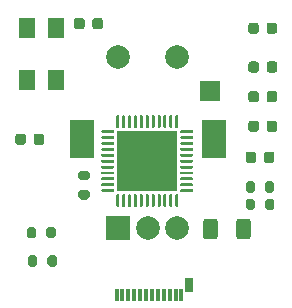
<source format=gbr>
%TF.GenerationSoftware,KiCad,Pcbnew,5.99.0+really5.1.10+dfsg1-1+b1*%
%TF.CreationDate,2021-10-07T11:27:31-07:00*%
%TF.ProjectId,roPlug,726f506c-7567-42e6-9b69-6361645f7063,rev?*%
%TF.SameCoordinates,Original*%
%TF.FileFunction,Soldermask,Top*%
%TF.FilePolarity,Negative*%
%FSLAX46Y46*%
G04 Gerber Fmt 4.6, Leading zero omitted, Abs format (unit mm)*
G04 Created by KiCad (PCBNEW 5.99.0+really5.1.10+dfsg1-1+b1) date 2021-10-07 11:27:31*
%MOMM*%
%LPD*%
G01*
G04 APERTURE LIST*
%ADD10R,1.700000X1.700000*%
%ADD11R,0.700000X1.150000*%
%ADD12R,0.380000X1.000000*%
%ADD13R,2.000000X2.000000*%
%ADD14C,2.000000*%
%ADD15R,2.000000X3.200000*%
%ADD16R,5.200000X5.200000*%
%ADD17R,1.400000X1.800000*%
G04 APERTURE END LIST*
D10*
%TO.C,RST1*%
X117700000Y-57700000D03*
%TD*%
D11*
%TO.C,P1*%
X115920000Y-74120000D03*
D12*
X109750000Y-74960000D03*
X110250000Y-74960000D03*
X110750000Y-74960000D03*
X111250000Y-74960000D03*
X111750000Y-74960000D03*
X112250000Y-74960000D03*
X112750000Y-74960000D03*
X113250000Y-74960000D03*
X113750000Y-74960000D03*
X114250000Y-74960000D03*
X114750000Y-74960000D03*
X115250000Y-74960000D03*
%TD*%
D13*
%TO.C,SW1*%
X109900000Y-69300000D03*
D14*
X112400000Y-69300000D03*
X114900000Y-69300000D03*
D15*
X106800000Y-61800000D03*
X118000000Y-61800000D03*
D14*
X109900000Y-54800000D03*
X114900000Y-54800000D03*
%TD*%
D16*
%TO.C,U1*%
X112350000Y-63650000D03*
G36*
G01*
X114975000Y-66512500D02*
X114975000Y-67462500D01*
G75*
G02*
X114912500Y-67525000I-62500J0D01*
G01*
X114787500Y-67525000D01*
G75*
G02*
X114725000Y-67462500I0J62500D01*
G01*
X114725000Y-66512500D01*
G75*
G02*
X114787500Y-66450000I62500J0D01*
G01*
X114912500Y-66450000D01*
G75*
G02*
X114975000Y-66512500I0J-62500D01*
G01*
G37*
G36*
G01*
X114475000Y-66512500D02*
X114475000Y-67462500D01*
G75*
G02*
X114412500Y-67525000I-62500J0D01*
G01*
X114287500Y-67525000D01*
G75*
G02*
X114225000Y-67462500I0J62500D01*
G01*
X114225000Y-66512500D01*
G75*
G02*
X114287500Y-66450000I62500J0D01*
G01*
X114412500Y-66450000D01*
G75*
G02*
X114475000Y-66512500I0J-62500D01*
G01*
G37*
G36*
G01*
X113975000Y-66512500D02*
X113975000Y-67462500D01*
G75*
G02*
X113912500Y-67525000I-62500J0D01*
G01*
X113787500Y-67525000D01*
G75*
G02*
X113725000Y-67462500I0J62500D01*
G01*
X113725000Y-66512500D01*
G75*
G02*
X113787500Y-66450000I62500J0D01*
G01*
X113912500Y-66450000D01*
G75*
G02*
X113975000Y-66512500I0J-62500D01*
G01*
G37*
G36*
G01*
X113475000Y-66512500D02*
X113475000Y-67462500D01*
G75*
G02*
X113412500Y-67525000I-62500J0D01*
G01*
X113287500Y-67525000D01*
G75*
G02*
X113225000Y-67462500I0J62500D01*
G01*
X113225000Y-66512500D01*
G75*
G02*
X113287500Y-66450000I62500J0D01*
G01*
X113412500Y-66450000D01*
G75*
G02*
X113475000Y-66512500I0J-62500D01*
G01*
G37*
G36*
G01*
X112975000Y-66512500D02*
X112975000Y-67462500D01*
G75*
G02*
X112912500Y-67525000I-62500J0D01*
G01*
X112787500Y-67525000D01*
G75*
G02*
X112725000Y-67462500I0J62500D01*
G01*
X112725000Y-66512500D01*
G75*
G02*
X112787500Y-66450000I62500J0D01*
G01*
X112912500Y-66450000D01*
G75*
G02*
X112975000Y-66512500I0J-62500D01*
G01*
G37*
G36*
G01*
X112475000Y-66512500D02*
X112475000Y-67462500D01*
G75*
G02*
X112412500Y-67525000I-62500J0D01*
G01*
X112287500Y-67525000D01*
G75*
G02*
X112225000Y-67462500I0J62500D01*
G01*
X112225000Y-66512500D01*
G75*
G02*
X112287500Y-66450000I62500J0D01*
G01*
X112412500Y-66450000D01*
G75*
G02*
X112475000Y-66512500I0J-62500D01*
G01*
G37*
G36*
G01*
X111975000Y-66512500D02*
X111975000Y-67462500D01*
G75*
G02*
X111912500Y-67525000I-62500J0D01*
G01*
X111787500Y-67525000D01*
G75*
G02*
X111725000Y-67462500I0J62500D01*
G01*
X111725000Y-66512500D01*
G75*
G02*
X111787500Y-66450000I62500J0D01*
G01*
X111912500Y-66450000D01*
G75*
G02*
X111975000Y-66512500I0J-62500D01*
G01*
G37*
G36*
G01*
X111475000Y-66512500D02*
X111475000Y-67462500D01*
G75*
G02*
X111412500Y-67525000I-62500J0D01*
G01*
X111287500Y-67525000D01*
G75*
G02*
X111225000Y-67462500I0J62500D01*
G01*
X111225000Y-66512500D01*
G75*
G02*
X111287500Y-66450000I62500J0D01*
G01*
X111412500Y-66450000D01*
G75*
G02*
X111475000Y-66512500I0J-62500D01*
G01*
G37*
G36*
G01*
X110975000Y-66512500D02*
X110975000Y-67462500D01*
G75*
G02*
X110912500Y-67525000I-62500J0D01*
G01*
X110787500Y-67525000D01*
G75*
G02*
X110725000Y-67462500I0J62500D01*
G01*
X110725000Y-66512500D01*
G75*
G02*
X110787500Y-66450000I62500J0D01*
G01*
X110912500Y-66450000D01*
G75*
G02*
X110975000Y-66512500I0J-62500D01*
G01*
G37*
G36*
G01*
X110475000Y-66512500D02*
X110475000Y-67462500D01*
G75*
G02*
X110412500Y-67525000I-62500J0D01*
G01*
X110287500Y-67525000D01*
G75*
G02*
X110225000Y-67462500I0J62500D01*
G01*
X110225000Y-66512500D01*
G75*
G02*
X110287500Y-66450000I62500J0D01*
G01*
X110412500Y-66450000D01*
G75*
G02*
X110475000Y-66512500I0J-62500D01*
G01*
G37*
G36*
G01*
X109975000Y-66512500D02*
X109975000Y-67462500D01*
G75*
G02*
X109912500Y-67525000I-62500J0D01*
G01*
X109787500Y-67525000D01*
G75*
G02*
X109725000Y-67462500I0J62500D01*
G01*
X109725000Y-66512500D01*
G75*
G02*
X109787500Y-66450000I62500J0D01*
G01*
X109912500Y-66450000D01*
G75*
G02*
X109975000Y-66512500I0J-62500D01*
G01*
G37*
G36*
G01*
X109550000Y-66087500D02*
X109550000Y-66212500D01*
G75*
G02*
X109487500Y-66275000I-62500J0D01*
G01*
X108537500Y-66275000D01*
G75*
G02*
X108475000Y-66212500I0J62500D01*
G01*
X108475000Y-66087500D01*
G75*
G02*
X108537500Y-66025000I62500J0D01*
G01*
X109487500Y-66025000D01*
G75*
G02*
X109550000Y-66087500I0J-62500D01*
G01*
G37*
G36*
G01*
X109550000Y-65587500D02*
X109550000Y-65712500D01*
G75*
G02*
X109487500Y-65775000I-62500J0D01*
G01*
X108537500Y-65775000D01*
G75*
G02*
X108475000Y-65712500I0J62500D01*
G01*
X108475000Y-65587500D01*
G75*
G02*
X108537500Y-65525000I62500J0D01*
G01*
X109487500Y-65525000D01*
G75*
G02*
X109550000Y-65587500I0J-62500D01*
G01*
G37*
G36*
G01*
X109550000Y-65087500D02*
X109550000Y-65212500D01*
G75*
G02*
X109487500Y-65275000I-62500J0D01*
G01*
X108537500Y-65275000D01*
G75*
G02*
X108475000Y-65212500I0J62500D01*
G01*
X108475000Y-65087500D01*
G75*
G02*
X108537500Y-65025000I62500J0D01*
G01*
X109487500Y-65025000D01*
G75*
G02*
X109550000Y-65087500I0J-62500D01*
G01*
G37*
G36*
G01*
X109550000Y-64587500D02*
X109550000Y-64712500D01*
G75*
G02*
X109487500Y-64775000I-62500J0D01*
G01*
X108537500Y-64775000D01*
G75*
G02*
X108475000Y-64712500I0J62500D01*
G01*
X108475000Y-64587500D01*
G75*
G02*
X108537500Y-64525000I62500J0D01*
G01*
X109487500Y-64525000D01*
G75*
G02*
X109550000Y-64587500I0J-62500D01*
G01*
G37*
G36*
G01*
X109550000Y-64087500D02*
X109550000Y-64212500D01*
G75*
G02*
X109487500Y-64275000I-62500J0D01*
G01*
X108537500Y-64275000D01*
G75*
G02*
X108475000Y-64212500I0J62500D01*
G01*
X108475000Y-64087500D01*
G75*
G02*
X108537500Y-64025000I62500J0D01*
G01*
X109487500Y-64025000D01*
G75*
G02*
X109550000Y-64087500I0J-62500D01*
G01*
G37*
G36*
G01*
X109550000Y-63587500D02*
X109550000Y-63712500D01*
G75*
G02*
X109487500Y-63775000I-62500J0D01*
G01*
X108537500Y-63775000D01*
G75*
G02*
X108475000Y-63712500I0J62500D01*
G01*
X108475000Y-63587500D01*
G75*
G02*
X108537500Y-63525000I62500J0D01*
G01*
X109487500Y-63525000D01*
G75*
G02*
X109550000Y-63587500I0J-62500D01*
G01*
G37*
G36*
G01*
X109550000Y-63087500D02*
X109550000Y-63212500D01*
G75*
G02*
X109487500Y-63275000I-62500J0D01*
G01*
X108537500Y-63275000D01*
G75*
G02*
X108475000Y-63212500I0J62500D01*
G01*
X108475000Y-63087500D01*
G75*
G02*
X108537500Y-63025000I62500J0D01*
G01*
X109487500Y-63025000D01*
G75*
G02*
X109550000Y-63087500I0J-62500D01*
G01*
G37*
G36*
G01*
X109550000Y-62587500D02*
X109550000Y-62712500D01*
G75*
G02*
X109487500Y-62775000I-62500J0D01*
G01*
X108537500Y-62775000D01*
G75*
G02*
X108475000Y-62712500I0J62500D01*
G01*
X108475000Y-62587500D01*
G75*
G02*
X108537500Y-62525000I62500J0D01*
G01*
X109487500Y-62525000D01*
G75*
G02*
X109550000Y-62587500I0J-62500D01*
G01*
G37*
G36*
G01*
X109550000Y-62087500D02*
X109550000Y-62212500D01*
G75*
G02*
X109487500Y-62275000I-62500J0D01*
G01*
X108537500Y-62275000D01*
G75*
G02*
X108475000Y-62212500I0J62500D01*
G01*
X108475000Y-62087500D01*
G75*
G02*
X108537500Y-62025000I62500J0D01*
G01*
X109487500Y-62025000D01*
G75*
G02*
X109550000Y-62087500I0J-62500D01*
G01*
G37*
G36*
G01*
X109550000Y-61587500D02*
X109550000Y-61712500D01*
G75*
G02*
X109487500Y-61775000I-62500J0D01*
G01*
X108537500Y-61775000D01*
G75*
G02*
X108475000Y-61712500I0J62500D01*
G01*
X108475000Y-61587500D01*
G75*
G02*
X108537500Y-61525000I62500J0D01*
G01*
X109487500Y-61525000D01*
G75*
G02*
X109550000Y-61587500I0J-62500D01*
G01*
G37*
G36*
G01*
X109550000Y-61087500D02*
X109550000Y-61212500D01*
G75*
G02*
X109487500Y-61275000I-62500J0D01*
G01*
X108537500Y-61275000D01*
G75*
G02*
X108475000Y-61212500I0J62500D01*
G01*
X108475000Y-61087500D01*
G75*
G02*
X108537500Y-61025000I62500J0D01*
G01*
X109487500Y-61025000D01*
G75*
G02*
X109550000Y-61087500I0J-62500D01*
G01*
G37*
G36*
G01*
X109975000Y-59837500D02*
X109975000Y-60787500D01*
G75*
G02*
X109912500Y-60850000I-62500J0D01*
G01*
X109787500Y-60850000D01*
G75*
G02*
X109725000Y-60787500I0J62500D01*
G01*
X109725000Y-59837500D01*
G75*
G02*
X109787500Y-59775000I62500J0D01*
G01*
X109912500Y-59775000D01*
G75*
G02*
X109975000Y-59837500I0J-62500D01*
G01*
G37*
G36*
G01*
X110475000Y-59837500D02*
X110475000Y-60787500D01*
G75*
G02*
X110412500Y-60850000I-62500J0D01*
G01*
X110287500Y-60850000D01*
G75*
G02*
X110225000Y-60787500I0J62500D01*
G01*
X110225000Y-59837500D01*
G75*
G02*
X110287500Y-59775000I62500J0D01*
G01*
X110412500Y-59775000D01*
G75*
G02*
X110475000Y-59837500I0J-62500D01*
G01*
G37*
G36*
G01*
X110975000Y-59837500D02*
X110975000Y-60787500D01*
G75*
G02*
X110912500Y-60850000I-62500J0D01*
G01*
X110787500Y-60850000D01*
G75*
G02*
X110725000Y-60787500I0J62500D01*
G01*
X110725000Y-59837500D01*
G75*
G02*
X110787500Y-59775000I62500J0D01*
G01*
X110912500Y-59775000D01*
G75*
G02*
X110975000Y-59837500I0J-62500D01*
G01*
G37*
G36*
G01*
X111475000Y-59837500D02*
X111475000Y-60787500D01*
G75*
G02*
X111412500Y-60850000I-62500J0D01*
G01*
X111287500Y-60850000D01*
G75*
G02*
X111225000Y-60787500I0J62500D01*
G01*
X111225000Y-59837500D01*
G75*
G02*
X111287500Y-59775000I62500J0D01*
G01*
X111412500Y-59775000D01*
G75*
G02*
X111475000Y-59837500I0J-62500D01*
G01*
G37*
G36*
G01*
X111975000Y-59837500D02*
X111975000Y-60787500D01*
G75*
G02*
X111912500Y-60850000I-62500J0D01*
G01*
X111787500Y-60850000D01*
G75*
G02*
X111725000Y-60787500I0J62500D01*
G01*
X111725000Y-59837500D01*
G75*
G02*
X111787500Y-59775000I62500J0D01*
G01*
X111912500Y-59775000D01*
G75*
G02*
X111975000Y-59837500I0J-62500D01*
G01*
G37*
G36*
G01*
X112475000Y-59837500D02*
X112475000Y-60787500D01*
G75*
G02*
X112412500Y-60850000I-62500J0D01*
G01*
X112287500Y-60850000D01*
G75*
G02*
X112225000Y-60787500I0J62500D01*
G01*
X112225000Y-59837500D01*
G75*
G02*
X112287500Y-59775000I62500J0D01*
G01*
X112412500Y-59775000D01*
G75*
G02*
X112475000Y-59837500I0J-62500D01*
G01*
G37*
G36*
G01*
X112975000Y-59837500D02*
X112975000Y-60787500D01*
G75*
G02*
X112912500Y-60850000I-62500J0D01*
G01*
X112787500Y-60850000D01*
G75*
G02*
X112725000Y-60787500I0J62500D01*
G01*
X112725000Y-59837500D01*
G75*
G02*
X112787500Y-59775000I62500J0D01*
G01*
X112912500Y-59775000D01*
G75*
G02*
X112975000Y-59837500I0J-62500D01*
G01*
G37*
G36*
G01*
X113475000Y-59837500D02*
X113475000Y-60787500D01*
G75*
G02*
X113412500Y-60850000I-62500J0D01*
G01*
X113287500Y-60850000D01*
G75*
G02*
X113225000Y-60787500I0J62500D01*
G01*
X113225000Y-59837500D01*
G75*
G02*
X113287500Y-59775000I62500J0D01*
G01*
X113412500Y-59775000D01*
G75*
G02*
X113475000Y-59837500I0J-62500D01*
G01*
G37*
G36*
G01*
X113975000Y-59837500D02*
X113975000Y-60787500D01*
G75*
G02*
X113912500Y-60850000I-62500J0D01*
G01*
X113787500Y-60850000D01*
G75*
G02*
X113725000Y-60787500I0J62500D01*
G01*
X113725000Y-59837500D01*
G75*
G02*
X113787500Y-59775000I62500J0D01*
G01*
X113912500Y-59775000D01*
G75*
G02*
X113975000Y-59837500I0J-62500D01*
G01*
G37*
G36*
G01*
X114475000Y-59837500D02*
X114475000Y-60787500D01*
G75*
G02*
X114412500Y-60850000I-62500J0D01*
G01*
X114287500Y-60850000D01*
G75*
G02*
X114225000Y-60787500I0J62500D01*
G01*
X114225000Y-59837500D01*
G75*
G02*
X114287500Y-59775000I62500J0D01*
G01*
X114412500Y-59775000D01*
G75*
G02*
X114475000Y-59837500I0J-62500D01*
G01*
G37*
G36*
G01*
X114975000Y-59837500D02*
X114975000Y-60787500D01*
G75*
G02*
X114912500Y-60850000I-62500J0D01*
G01*
X114787500Y-60850000D01*
G75*
G02*
X114725000Y-60787500I0J62500D01*
G01*
X114725000Y-59837500D01*
G75*
G02*
X114787500Y-59775000I62500J0D01*
G01*
X114912500Y-59775000D01*
G75*
G02*
X114975000Y-59837500I0J-62500D01*
G01*
G37*
G36*
G01*
X116225000Y-61087500D02*
X116225000Y-61212500D01*
G75*
G02*
X116162500Y-61275000I-62500J0D01*
G01*
X115212500Y-61275000D01*
G75*
G02*
X115150000Y-61212500I0J62500D01*
G01*
X115150000Y-61087500D01*
G75*
G02*
X115212500Y-61025000I62500J0D01*
G01*
X116162500Y-61025000D01*
G75*
G02*
X116225000Y-61087500I0J-62500D01*
G01*
G37*
G36*
G01*
X116225000Y-61587500D02*
X116225000Y-61712500D01*
G75*
G02*
X116162500Y-61775000I-62500J0D01*
G01*
X115212500Y-61775000D01*
G75*
G02*
X115150000Y-61712500I0J62500D01*
G01*
X115150000Y-61587500D01*
G75*
G02*
X115212500Y-61525000I62500J0D01*
G01*
X116162500Y-61525000D01*
G75*
G02*
X116225000Y-61587500I0J-62500D01*
G01*
G37*
G36*
G01*
X116225000Y-62087500D02*
X116225000Y-62212500D01*
G75*
G02*
X116162500Y-62275000I-62500J0D01*
G01*
X115212500Y-62275000D01*
G75*
G02*
X115150000Y-62212500I0J62500D01*
G01*
X115150000Y-62087500D01*
G75*
G02*
X115212500Y-62025000I62500J0D01*
G01*
X116162500Y-62025000D01*
G75*
G02*
X116225000Y-62087500I0J-62500D01*
G01*
G37*
G36*
G01*
X116225000Y-62587500D02*
X116225000Y-62712500D01*
G75*
G02*
X116162500Y-62775000I-62500J0D01*
G01*
X115212500Y-62775000D01*
G75*
G02*
X115150000Y-62712500I0J62500D01*
G01*
X115150000Y-62587500D01*
G75*
G02*
X115212500Y-62525000I62500J0D01*
G01*
X116162500Y-62525000D01*
G75*
G02*
X116225000Y-62587500I0J-62500D01*
G01*
G37*
G36*
G01*
X116225000Y-63087500D02*
X116225000Y-63212500D01*
G75*
G02*
X116162500Y-63275000I-62500J0D01*
G01*
X115212500Y-63275000D01*
G75*
G02*
X115150000Y-63212500I0J62500D01*
G01*
X115150000Y-63087500D01*
G75*
G02*
X115212500Y-63025000I62500J0D01*
G01*
X116162500Y-63025000D01*
G75*
G02*
X116225000Y-63087500I0J-62500D01*
G01*
G37*
G36*
G01*
X116225000Y-63587500D02*
X116225000Y-63712500D01*
G75*
G02*
X116162500Y-63775000I-62500J0D01*
G01*
X115212500Y-63775000D01*
G75*
G02*
X115150000Y-63712500I0J62500D01*
G01*
X115150000Y-63587500D01*
G75*
G02*
X115212500Y-63525000I62500J0D01*
G01*
X116162500Y-63525000D01*
G75*
G02*
X116225000Y-63587500I0J-62500D01*
G01*
G37*
G36*
G01*
X116225000Y-64087500D02*
X116225000Y-64212500D01*
G75*
G02*
X116162500Y-64275000I-62500J0D01*
G01*
X115212500Y-64275000D01*
G75*
G02*
X115150000Y-64212500I0J62500D01*
G01*
X115150000Y-64087500D01*
G75*
G02*
X115212500Y-64025000I62500J0D01*
G01*
X116162500Y-64025000D01*
G75*
G02*
X116225000Y-64087500I0J-62500D01*
G01*
G37*
G36*
G01*
X116225000Y-64587500D02*
X116225000Y-64712500D01*
G75*
G02*
X116162500Y-64775000I-62500J0D01*
G01*
X115212500Y-64775000D01*
G75*
G02*
X115150000Y-64712500I0J62500D01*
G01*
X115150000Y-64587500D01*
G75*
G02*
X115212500Y-64525000I62500J0D01*
G01*
X116162500Y-64525000D01*
G75*
G02*
X116225000Y-64587500I0J-62500D01*
G01*
G37*
G36*
G01*
X116225000Y-65087500D02*
X116225000Y-65212500D01*
G75*
G02*
X116162500Y-65275000I-62500J0D01*
G01*
X115212500Y-65275000D01*
G75*
G02*
X115150000Y-65212500I0J62500D01*
G01*
X115150000Y-65087500D01*
G75*
G02*
X115212500Y-65025000I62500J0D01*
G01*
X116162500Y-65025000D01*
G75*
G02*
X116225000Y-65087500I0J-62500D01*
G01*
G37*
G36*
G01*
X116225000Y-65587500D02*
X116225000Y-65712500D01*
G75*
G02*
X116162500Y-65775000I-62500J0D01*
G01*
X115212500Y-65775000D01*
G75*
G02*
X115150000Y-65712500I0J62500D01*
G01*
X115150000Y-65587500D01*
G75*
G02*
X115212500Y-65525000I62500J0D01*
G01*
X116162500Y-65525000D01*
G75*
G02*
X116225000Y-65587500I0J-62500D01*
G01*
G37*
G36*
G01*
X116225000Y-66087500D02*
X116225000Y-66212500D01*
G75*
G02*
X116162500Y-66275000I-62500J0D01*
G01*
X115212500Y-66275000D01*
G75*
G02*
X115150000Y-66212500I0J62500D01*
G01*
X115150000Y-66087500D01*
G75*
G02*
X115212500Y-66025000I62500J0D01*
G01*
X116162500Y-66025000D01*
G75*
G02*
X116225000Y-66087500I0J-62500D01*
G01*
G37*
%TD*%
D17*
%TO.C,Y1*%
X102200000Y-56800000D03*
X102200000Y-52400000D03*
X104600000Y-52400000D03*
X104600000Y-56800000D03*
%TD*%
%TO.C,R5*%
G36*
G01*
X103800000Y-69975000D02*
X103800000Y-69425000D01*
G75*
G02*
X104000000Y-69225000I200000J0D01*
G01*
X104400000Y-69225000D01*
G75*
G02*
X104600000Y-69425000I0J-200000D01*
G01*
X104600000Y-69975000D01*
G75*
G02*
X104400000Y-70175000I-200000J0D01*
G01*
X104000000Y-70175000D01*
G75*
G02*
X103800000Y-69975000I0J200000D01*
G01*
G37*
G36*
G01*
X102150000Y-69975000D02*
X102150000Y-69425000D01*
G75*
G02*
X102350000Y-69225000I200000J0D01*
G01*
X102750000Y-69225000D01*
G75*
G02*
X102950000Y-69425000I0J-200000D01*
G01*
X102950000Y-69975000D01*
G75*
G02*
X102750000Y-70175000I-200000J0D01*
G01*
X102350000Y-70175000D01*
G75*
G02*
X102150000Y-69975000I0J200000D01*
G01*
G37*
%TD*%
%TO.C,R4*%
G36*
G01*
X103900000Y-72375000D02*
X103900000Y-71825000D01*
G75*
G02*
X104100000Y-71625000I200000J0D01*
G01*
X104500000Y-71625000D01*
G75*
G02*
X104700000Y-71825000I0J-200000D01*
G01*
X104700000Y-72375000D01*
G75*
G02*
X104500000Y-72575000I-200000J0D01*
G01*
X104100000Y-72575000D01*
G75*
G02*
X103900000Y-72375000I0J200000D01*
G01*
G37*
G36*
G01*
X102250000Y-72375000D02*
X102250000Y-71825000D01*
G75*
G02*
X102450000Y-71625000I200000J0D01*
G01*
X102850000Y-71625000D01*
G75*
G02*
X103050000Y-71825000I0J-200000D01*
G01*
X103050000Y-72375000D01*
G75*
G02*
X102850000Y-72575000I-200000J0D01*
G01*
X102450000Y-72575000D01*
G75*
G02*
X102250000Y-72375000I0J200000D01*
G01*
G37*
%TD*%
%TO.C,R3*%
G36*
G01*
X106725000Y-66100000D02*
X107275000Y-66100000D01*
G75*
G02*
X107475000Y-66300000I0J-200000D01*
G01*
X107475000Y-66700000D01*
G75*
G02*
X107275000Y-66900000I-200000J0D01*
G01*
X106725000Y-66900000D01*
G75*
G02*
X106525000Y-66700000I0J200000D01*
G01*
X106525000Y-66300000D01*
G75*
G02*
X106725000Y-66100000I200000J0D01*
G01*
G37*
G36*
G01*
X106725000Y-64450000D02*
X107275000Y-64450000D01*
G75*
G02*
X107475000Y-64650000I0J-200000D01*
G01*
X107475000Y-65050000D01*
G75*
G02*
X107275000Y-65250000I-200000J0D01*
G01*
X106725000Y-65250000D01*
G75*
G02*
X106525000Y-65050000I0J200000D01*
G01*
X106525000Y-64650000D01*
G75*
G02*
X106725000Y-64450000I200000J0D01*
G01*
G37*
%TD*%
%TO.C,R2*%
G36*
G01*
X122325000Y-67575000D02*
X122325000Y-67025000D01*
G75*
G02*
X122525000Y-66825000I200000J0D01*
G01*
X122925000Y-66825000D01*
G75*
G02*
X123125000Y-67025000I0J-200000D01*
G01*
X123125000Y-67575000D01*
G75*
G02*
X122925000Y-67775000I-200000J0D01*
G01*
X122525000Y-67775000D01*
G75*
G02*
X122325000Y-67575000I0J200000D01*
G01*
G37*
G36*
G01*
X120675000Y-67575000D02*
X120675000Y-67025000D01*
G75*
G02*
X120875000Y-66825000I200000J0D01*
G01*
X121275000Y-66825000D01*
G75*
G02*
X121475000Y-67025000I0J-200000D01*
G01*
X121475000Y-67575000D01*
G75*
G02*
X121275000Y-67775000I-200000J0D01*
G01*
X120875000Y-67775000D01*
G75*
G02*
X120675000Y-67575000I0J200000D01*
G01*
G37*
%TD*%
%TO.C,R1*%
G36*
G01*
X122325000Y-66115000D02*
X122325000Y-65565000D01*
G75*
G02*
X122525000Y-65365000I200000J0D01*
G01*
X122925000Y-65365000D01*
G75*
G02*
X123125000Y-65565000I0J-200000D01*
G01*
X123125000Y-66115000D01*
G75*
G02*
X122925000Y-66315000I-200000J0D01*
G01*
X122525000Y-66315000D01*
G75*
G02*
X122325000Y-66115000I0J200000D01*
G01*
G37*
G36*
G01*
X120675000Y-66115000D02*
X120675000Y-65565000D01*
G75*
G02*
X120875000Y-65365000I200000J0D01*
G01*
X121275000Y-65365000D01*
G75*
G02*
X121475000Y-65565000I0J-200000D01*
G01*
X121475000Y-66115000D01*
G75*
G02*
X121275000Y-66315000I-200000J0D01*
G01*
X120875000Y-66315000D01*
G75*
G02*
X120675000Y-66115000I0J200000D01*
G01*
G37*
%TD*%
%TO.C,F1*%
G36*
G01*
X119875000Y-70025000D02*
X119875000Y-68775000D01*
G75*
G02*
X120125000Y-68525000I250000J0D01*
G01*
X120875000Y-68525000D01*
G75*
G02*
X121125000Y-68775000I0J-250000D01*
G01*
X121125000Y-70025000D01*
G75*
G02*
X120875000Y-70275000I-250000J0D01*
G01*
X120125000Y-70275000D01*
G75*
G02*
X119875000Y-70025000I0J250000D01*
G01*
G37*
G36*
G01*
X117075000Y-70025000D02*
X117075000Y-68775000D01*
G75*
G02*
X117325000Y-68525000I250000J0D01*
G01*
X118075000Y-68525000D01*
G75*
G02*
X118325000Y-68775000I0J-250000D01*
G01*
X118325000Y-70025000D01*
G75*
G02*
X118075000Y-70275000I-250000J0D01*
G01*
X117325000Y-70275000D01*
G75*
G02*
X117075000Y-70025000I0J250000D01*
G01*
G37*
%TD*%
%TO.C,C7*%
G36*
G01*
X122455000Y-60950000D02*
X122455000Y-60450000D01*
G75*
G02*
X122680000Y-60225000I225000J0D01*
G01*
X123130000Y-60225000D01*
G75*
G02*
X123355000Y-60450000I0J-225000D01*
G01*
X123355000Y-60950000D01*
G75*
G02*
X123130000Y-61175000I-225000J0D01*
G01*
X122680000Y-61175000D01*
G75*
G02*
X122455000Y-60950000I0J225000D01*
G01*
G37*
G36*
G01*
X120905000Y-60950000D02*
X120905000Y-60450000D01*
G75*
G02*
X121130000Y-60225000I225000J0D01*
G01*
X121580000Y-60225000D01*
G75*
G02*
X121805000Y-60450000I0J-225000D01*
G01*
X121805000Y-60950000D01*
G75*
G02*
X121580000Y-61175000I-225000J0D01*
G01*
X121130000Y-61175000D01*
G75*
G02*
X120905000Y-60950000I0J225000D01*
G01*
G37*
%TD*%
%TO.C,C6*%
G36*
G01*
X122225000Y-63580000D02*
X122225000Y-63080000D01*
G75*
G02*
X122450000Y-62855000I225000J0D01*
G01*
X122900000Y-62855000D01*
G75*
G02*
X123125000Y-63080000I0J-225000D01*
G01*
X123125000Y-63580000D01*
G75*
G02*
X122900000Y-63805000I-225000J0D01*
G01*
X122450000Y-63805000D01*
G75*
G02*
X122225000Y-63580000I0J225000D01*
G01*
G37*
G36*
G01*
X120675000Y-63580000D02*
X120675000Y-63080000D01*
G75*
G02*
X120900000Y-62855000I225000J0D01*
G01*
X121350000Y-62855000D01*
G75*
G02*
X121575000Y-63080000I0J-225000D01*
G01*
X121575000Y-63580000D01*
G75*
G02*
X121350000Y-63805000I-225000J0D01*
G01*
X120900000Y-63805000D01*
G75*
G02*
X120675000Y-63580000I0J225000D01*
G01*
G37*
%TD*%
%TO.C,C5*%
G36*
G01*
X122455000Y-58440000D02*
X122455000Y-57940000D01*
G75*
G02*
X122680000Y-57715000I225000J0D01*
G01*
X123130000Y-57715000D01*
G75*
G02*
X123355000Y-57940000I0J-225000D01*
G01*
X123355000Y-58440000D01*
G75*
G02*
X123130000Y-58665000I-225000J0D01*
G01*
X122680000Y-58665000D01*
G75*
G02*
X122455000Y-58440000I0J225000D01*
G01*
G37*
G36*
G01*
X120905000Y-58440000D02*
X120905000Y-57940000D01*
G75*
G02*
X121130000Y-57715000I225000J0D01*
G01*
X121580000Y-57715000D01*
G75*
G02*
X121805000Y-57940000I0J-225000D01*
G01*
X121805000Y-58440000D01*
G75*
G02*
X121580000Y-58665000I-225000J0D01*
G01*
X121130000Y-58665000D01*
G75*
G02*
X120905000Y-58440000I0J225000D01*
G01*
G37*
%TD*%
%TO.C,C4*%
G36*
G01*
X102725000Y-62050000D02*
X102725000Y-61550000D01*
G75*
G02*
X102950000Y-61325000I225000J0D01*
G01*
X103400000Y-61325000D01*
G75*
G02*
X103625000Y-61550000I0J-225000D01*
G01*
X103625000Y-62050000D01*
G75*
G02*
X103400000Y-62275000I-225000J0D01*
G01*
X102950000Y-62275000D01*
G75*
G02*
X102725000Y-62050000I0J225000D01*
G01*
G37*
G36*
G01*
X101175000Y-62050000D02*
X101175000Y-61550000D01*
G75*
G02*
X101400000Y-61325000I225000J0D01*
G01*
X101850000Y-61325000D01*
G75*
G02*
X102075000Y-61550000I0J-225000D01*
G01*
X102075000Y-62050000D01*
G75*
G02*
X101850000Y-62275000I-225000J0D01*
G01*
X101400000Y-62275000D01*
G75*
G02*
X101175000Y-62050000I0J225000D01*
G01*
G37*
%TD*%
%TO.C,C3*%
G36*
G01*
X107700000Y-52250000D02*
X107700000Y-51750000D01*
G75*
G02*
X107925000Y-51525000I225000J0D01*
G01*
X108375000Y-51525000D01*
G75*
G02*
X108600000Y-51750000I0J-225000D01*
G01*
X108600000Y-52250000D01*
G75*
G02*
X108375000Y-52475000I-225000J0D01*
G01*
X107925000Y-52475000D01*
G75*
G02*
X107700000Y-52250000I0J225000D01*
G01*
G37*
G36*
G01*
X106150000Y-52250000D02*
X106150000Y-51750000D01*
G75*
G02*
X106375000Y-51525000I225000J0D01*
G01*
X106825000Y-51525000D01*
G75*
G02*
X107050000Y-51750000I0J-225000D01*
G01*
X107050000Y-52250000D01*
G75*
G02*
X106825000Y-52475000I-225000J0D01*
G01*
X106375000Y-52475000D01*
G75*
G02*
X106150000Y-52250000I0J225000D01*
G01*
G37*
%TD*%
%TO.C,C2*%
G36*
G01*
X122455000Y-55930000D02*
X122455000Y-55430000D01*
G75*
G02*
X122680000Y-55205000I225000J0D01*
G01*
X123130000Y-55205000D01*
G75*
G02*
X123355000Y-55430000I0J-225000D01*
G01*
X123355000Y-55930000D01*
G75*
G02*
X123130000Y-56155000I-225000J0D01*
G01*
X122680000Y-56155000D01*
G75*
G02*
X122455000Y-55930000I0J225000D01*
G01*
G37*
G36*
G01*
X120905000Y-55930000D02*
X120905000Y-55430000D01*
G75*
G02*
X121130000Y-55205000I225000J0D01*
G01*
X121580000Y-55205000D01*
G75*
G02*
X121805000Y-55430000I0J-225000D01*
G01*
X121805000Y-55930000D01*
G75*
G02*
X121580000Y-56155000I-225000J0D01*
G01*
X121130000Y-56155000D01*
G75*
G02*
X120905000Y-55930000I0J225000D01*
G01*
G37*
%TD*%
%TO.C,C1*%
G36*
G01*
X122450000Y-52650000D02*
X122450000Y-52150000D01*
G75*
G02*
X122675000Y-51925000I225000J0D01*
G01*
X123125000Y-51925000D01*
G75*
G02*
X123350000Y-52150000I0J-225000D01*
G01*
X123350000Y-52650000D01*
G75*
G02*
X123125000Y-52875000I-225000J0D01*
G01*
X122675000Y-52875000D01*
G75*
G02*
X122450000Y-52650000I0J225000D01*
G01*
G37*
G36*
G01*
X120900000Y-52650000D02*
X120900000Y-52150000D01*
G75*
G02*
X121125000Y-51925000I225000J0D01*
G01*
X121575000Y-51925000D01*
G75*
G02*
X121800000Y-52150000I0J-225000D01*
G01*
X121800000Y-52650000D01*
G75*
G02*
X121575000Y-52875000I-225000J0D01*
G01*
X121125000Y-52875000D01*
G75*
G02*
X120900000Y-52650000I0J225000D01*
G01*
G37*
%TD*%
M02*

</source>
